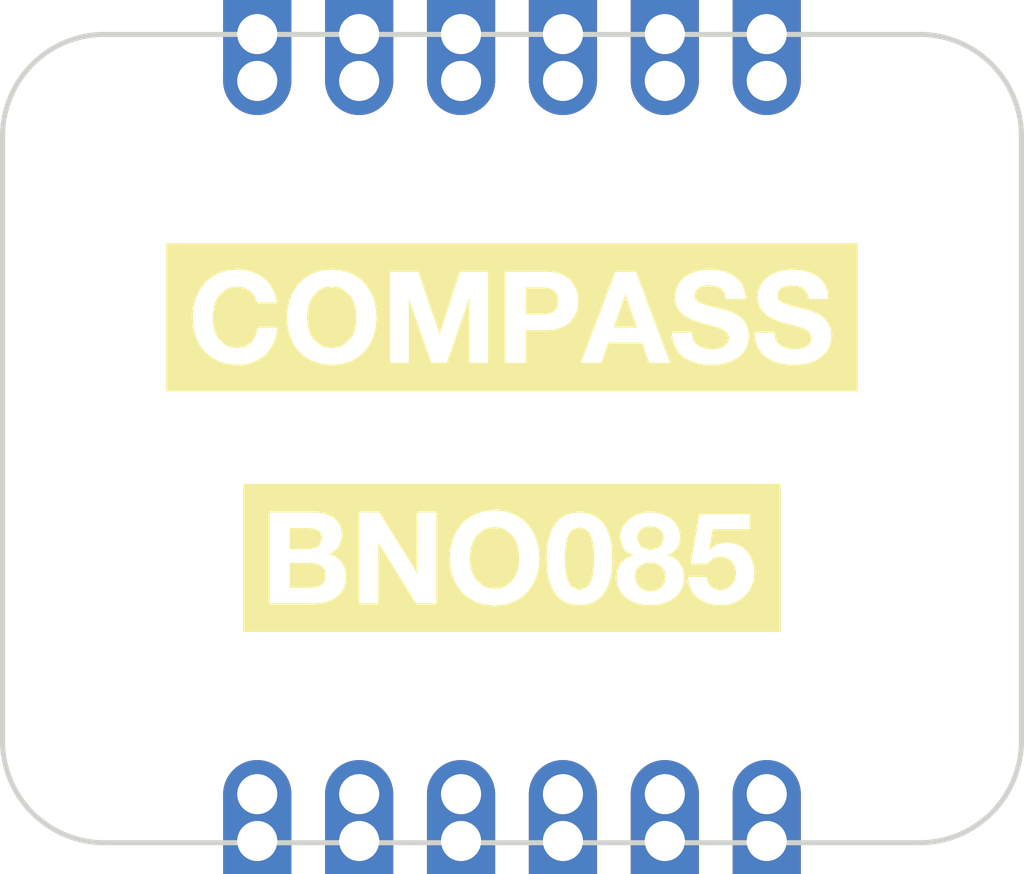
<source format=kicad_pcb>
(kicad_pcb (version 20221018) (generator pcbnew)
  (layers (0 "F.Cu" signal) (31 "B.Cu" signal) (34 "B.Paste" user) (35 "F.Paste" user) (36 "B.SilkS" user "B.Silkscreen") (37 "F.SilkS" user "F.Silkscreen") (38 "B.Mask" user) (39 "F.Mask" user) (44 "Edge.Cuts" user))
  (net 0 "")
  (footprint "kibuzzard-65885A4A" (layer "F.Cu") (at 74.05 41)
    (fp_text reference "kibuzzard-65885A4A" hide)
    (fp_text value "G***" hide)
    (fp_poly (pts (xy 2.530471 0.258762) (xy 3.117846 0.258762) (xy 2.832096 -0.573088) (xy 2.825746 -0.573088) (xy 2.530471 0.258762)) (fill solid) (layer "F.SilkS"))
    (fp_poly (pts (xy 0.339721 -0.065088) (xy 0.727071 -0.065088) (xy 0.892171 -0.077788) (xy 1.031871 -0.127) (xy 1.128709 -0.230188) (xy 1.165221 -0.404813) (xy 1.128709 -0.579438) (xy 1.031871 -0.682625) (xy 0.892171 -0.731838) (xy 0.727071 -0.744538) (xy 0.339721 -0.744538) (xy 0.339721 -0.065088)) (fill solid) (layer "F.SilkS"))
    (fp_poly (pts (xy -5.108579 0.011112) (xy -5.100244 0.152003) (xy -5.075241 0.288925) (xy -5.031982 0.417116) (xy -4.968879 0.531812) (xy -4.778379 0.70485) (xy -4.648204 0.753666) (xy -4.492629 0.769937) (xy -4.337054 0.753666) (xy -4.206879 0.70485) (xy -4.016379 0.531812) (xy -3.953278 0.417116) (xy -3.910016 0.288925) (xy -3.885013 0.152003) (xy -3.876679 0.011112) (xy -3.885013 -0.135731) (xy -3.910016 -0.277812) (xy -3.953276 -0.409972) (xy -4.016379 -0.52705) (xy -4.206879 -0.701675) (xy -4.337054 -0.750491) (xy -4.492629 -0.766762) (xy -4.648204 -0.750496) (xy -4.778379 -0.701675) (xy -4.968879 -0.52705) (xy -5.031982 -0.409972) (xy -5.075241 -0.277812) (xy -5.100244 -0.135732) (xy -5.108579 0.011112)) (fill solid) (layer "F.SilkS"))
    (fp_poly (pts (xy -7.959729 -1.847321) (xy -8.621187 -1.847321) (xy -8.621187 1.847321) (xy -7.959729 1.847321) (xy -6.845304 1.847321) (xy -6.845304 1.185863) (xy -7.092557 1.163241) (xy -7.313616 1.095375) (xy -7.505307 0.987822) (xy -7.664454 0.846137) (xy -7.79066 0.673497) (xy -7.883529 0.473075) (xy -7.940679 0.250428) (xy -7.959729 0.011112) (xy -7.940679 -0.233759) (xy -7.883529 -0.460375) (xy -7.79066 -0.663972) (xy -7.664454 -0.839788) (xy -7.505307 -0.984249) (xy -7.313616 -1.093788) (xy -7.092557 -1.162837) (xy -6.845304 -1.185863) (xy -6.663138 -1.172369) (xy -6.491291 -1.131888) (xy -6.333335 -1.065609) (xy -6.192841 -0.974725) (xy -6.072588 -0.859236) (xy -5.975354 -0.719138) (xy -5.905504 -0.555625) (xy -5.867404 -0.369887) (xy -6.350004 -0.369887) (xy -6.407154 -0.52705) (xy -6.518279 -0.652463) (xy -6.669091 -0.7366) (xy -6.845304 -0.766762) (xy -7.000879 -0.750496) (xy -7.131054 -0.701675) (xy -7.321554 -0.52705) (xy -7.384657 -0.409972) (xy -7.427916 -0.277812) (xy -7.452919 -0.135732) (xy -7.461254 0.011112) (xy -7.452919 0.152003) (xy -7.427916 0.288925) (xy -7.384657 0.417116) (xy -7.321554 0.531812) (xy -7.131054 0.70485) (xy -7.000879 0.753666) (xy -6.845304 0.769937) (xy -6.641707 0.735013) (xy -6.488116 0.630238) (xy -6.384532 0.468313) (xy -6.330954 0.261937) (xy -5.848354 0.261937) (xy -5.882479 0.464344) (xy -5.946779 0.646112) (xy -6.038854 0.804862) (xy -6.156329 0.938213) (xy -6.297616 1.044575) (xy -6.461129 1.122363) (xy -6.644485 1.169987) (xy -6.845304 1.185863) (xy -6.845304 1.847321) (xy -4.492629 1.847321) (xy -4.492629 1.185863) (xy -4.739882 1.163241) (xy -4.960941 1.095375) (xy -5.152632 0.987822) (xy -5.311779 0.846137) (xy -5.437985 0.673497) (xy -5.530854 0.473075) (xy -5.588004 0.250428) (xy -5.607054 0.011112) (xy -5.588004 -0.233759) (xy -5.530854 -0.460375) (xy -5.437985 -0.663972) (xy -5.311779 -0.839788) (xy -5.152632 -0.984249) (xy -4.960941 -1.093788) (xy -4.739882 -1.162837) (xy -4.492629 -1.185863) (xy -4.243391 -1.162844) (xy -4.022729 -1.093788) (xy -3.83223 -0.98425) (xy -3.673479 -0.839788) (xy -3.547273 -0.663974) (xy -3.454404 -0.460375) (xy -3.397254 -0.233759) (xy -3.378204 0.011112) (xy -3.397254 0.250428) (xy -3.454404 0.473075) (xy -3.547273 0.673497) (xy -3.673479 0.846137) (xy -3.832229 0.987822) (xy -4.022729 1.095375) (xy -4.243391 1.163241) (xy -4.492629 1.185863) (xy -4.492629 1.847321) (xy -0.596904 1.847321) (xy -0.596904 1.135063) (xy -1.063629 1.135063) (xy -1.063629 -0.471488) (xy -1.069979 -0.471488) (xy -1.625604 1.135063) (xy -2.009779 1.135063) (xy -2.565404 -0.455613) (xy -2.571754 -0.455613) (xy -2.571754 1.135063) (xy -3.038479 1.135063) (xy -3.038479 -1.131888) (xy -2.336804 -1.131888) (xy -1.806579 0.427037) (xy -1.800229 0.427037) (xy -1.298579 -1.131888) (xy -0.596904 -1.131888) (xy -0.596904 1.135063) (xy -0.596904 1.847321) (xy 0.339721 1.847321) (xy 0.339721 1.135063) (xy -0.158754 1.135063) (xy -0.158754 -1.131888) (xy 0.863596 -1.131888) (xy 1.060446 -1.116409) (xy 1.225546 -1.069975) (xy 1.360881 -0.998141) (xy 1.468434 -0.906463) (xy 1.549396 -0.797719) (xy 1.604959 -0.674688) (xy 1.637106 -0.542131) (xy 1.647821 -0.404813) (xy 1.637106 -0.269478) (xy 1.604959 -0.136525) (xy 1.549399 -0.012303) (xy 1.468434 0.096838) (xy 1.360881 0.188515) (xy 1.225546 0.26035) (xy 1.060446 0.306784) (xy 0.863596 0.322263) (xy 0.339721 0.322263) (xy 0.339721 1.135063) (xy 0.339721 1.847321) (xy 3.936996 1.847321) (xy 3.936996 1.135063) (xy 3.419471 1.135063) (xy 3.248021 0.630238) (xy 2.400296 0.630238) (xy 2.222496 1.135063) (xy 1.720846 1.135063) (xy 2.578096 -1.131888) (xy 3.089271 -1.131888) (xy 3.936996 1.135063) (xy 3.936996 1.847321) (xy 4.956171 1.847321) (xy 4.956171 1.185863) (xy 4.771625 1.174353) (xy 4.592634 1.139825) (xy 4.42674 1.080691) (xy 4.281484 0.995362) (xy 4.160437 0.883444) (xy 4.067171 0.744538) (xy 4.008434 0.57785) (xy 3.990971 0.382588) (xy 4.473571 0.382588) (xy 4.514846 0.576263) (xy 4.624384 0.70485) (xy 4.784721 0.777875) (xy 4.975221 0.801688) (xy 5.118096 0.790575) (xy 5.260971 0.747712) (xy 5.372096 0.6604) (xy 5.416546 0.519113) (xy 5.357809 0.369888) (xy 5.203821 0.274637) (xy 4.987921 0.207963) (xy 4.743446 0.144463) (xy 4.495796 0.066675) (xy 4.279896 -0.052388) (xy 4.125909 -0.23495) (xy 4.081856 -0.355996) (xy 4.067171 -0.500062) (xy 4.085824 -0.663178) (xy 4.141784 -0.803275) (xy 4.227906 -0.921147) (xy 4.337046 -1.017588) (xy 4.465634 -1.0922) (xy 4.610096 -1.144587) (xy 4.762496 -1.175544) (xy 4.914896 -1.185863) (xy 5.089124 -1.175941) (xy 5.256209 -1.146175) (xy 5.410593 -1.094184) (xy 5.546721 -1.017588) (xy 5.660624 -0.916386) (xy 5.748334 -0.790575) (xy 5.804293 -0.637778) (xy 5.822946 -0.455613) (xy 5.340346 -0.455613) (xy 5.297484 -0.623888) (xy 5.200646 -0.728663) (xy 5.062534 -0.782638) (xy 4.892671 -0.798513) (xy 4.772021 -0.785812) (xy 4.662484 -0.741363) (xy 4.581521 -0.661988) (xy 4.549771 -0.541338) (xy 4.575171 -0.433388) (xy 4.675184 -0.357187) (xy 4.881559 -0.287338) (xy 5.033561 -0.247652) (xy 5.226046 -0.198438) (xy 5.402259 -0.1524) (xy 5.626096 -0.046038) (xy 5.729677 0.039291) (xy 5.818184 0.149225) (xy 5.878906 0.288528) (xy 5.899146 0.461962) (xy 5.884071 0.611981) (xy 5.838821 0.750888) (xy 5.763814 0.875109) (xy 5.659434 0.981075) (xy 5.526084 1.067197) (xy 5.364159 1.131888) (xy 5.174056 1.172369) (xy 4.956171 1.185863) (xy 4.956171 1.847321) (xy 7.016746 1.847321) (xy 7.016746 1.185863) (xy 6.8322 1.174353) (xy 6.653209 1.139825) (xy 6.487315 1.080691) (xy 6.342059 0.995362) (xy 6.221012 0.883444) (xy 6.127746 0.744538) (xy 6.069009 0.57785) (xy 6.051546 0.382588) (xy 6.534146 0.382588) (xy 6.575421 0.576263) (xy 6.684959 0.70485) (xy 6.845296 0.777875) (xy 7.035796 0.801688) (xy 7.178671 0.790575) (xy 7.321546 0.747712) (xy 7.432671 0.6604) (xy 7.477121 0.519113) (xy 7.418384 0.369888) (xy 7.264396 0.274637) (xy 7.048496 0.207963) (xy 6.804021 0.144463) (xy 6.556371 0.066675) (xy 6.340471 -0.052388) (xy 6.186484 -0.23495) (xy 6.142431 -0.355996) (xy 6.127746 -0.500062) (xy 6.146399 -0.663178) (xy 6.202359 -0.803275) (xy 6.288481 -0.921147) (xy 6.397621 -1.017588) (xy 6.526209 -1.0922) (xy 6.670671 -1.144587) (xy 6.823071 -1.175544) (xy 6.975471 -1.185863) (xy 7.149699 -1.175941) (xy 7.316784 -1.146175) (xy 7.471168 -1.094184) (xy 7.607296 -1.017588) (xy 7.721199 -0.916386) (xy 7.808909 -0.790575) (xy 7.864868 -0.637778) (xy 7.883521 -0.455613) (xy 7.400921 -0.455613) (xy 7.358059 -0.623888) (xy 7.261221 -0.728663) (xy 7.123109 -0.782638) (xy 6.953246 -0.798513) (xy 6.832596 -0.785812) (xy 6.723059 -0.741363) (xy 6.642096 -0.661988) (xy 6.610346 -0.541338) (xy 6.635746 -0.433388) (xy 6.735759 -0.357187) (xy 6.942134 -0.287338) (xy 7.094136 -0.247652) (xy 7.286621 -0.198438) (xy 7.462834 -0.1524) (xy 7.686671 -0.046038) (xy 7.790252 0.039291) (xy 7.878759 0.149225) (xy 7.939481 0.288528) (xy 7.959721 0.461962) (xy 7.944646 0.611981) (xy 7.899396 0.750888) (xy 7.824389 0.875109) (xy 7.720009 0.981075) (xy 7.586659 1.067197) (xy 7.424734 1.131888) (xy 7.234631 1.172369) (xy 7.016746 1.185863) (xy 7.016746 1.847321) (xy 7.959729 1.847321) (xy 8.621187 1.847321) (xy 8.621187 -1.847321) (xy 7.959729 -1.847321) (xy -7.959729 -1.847321)) (fill solid) (layer "F.SilkS"))
  )
  (footprint "kibuzzard-65885A59" (layer "F.Cu") (at 74.05 47)
    (fp_text reference "kibuzzard-65885A59" hide)
    (fp_text value "G***" hide)
    (fp_poly (pts (xy -5.540375 -0.214313) (xy -5.03555 -0.214313) (xy -4.816475 -0.277812) (xy -4.73075 -0.484188) (xy -4.759325 -0.614363) (xy -4.835525 -0.693738) (xy -4.945063 -0.733425) (xy -5.07365 -0.744538) (xy -5.540375 -0.744538) (xy -5.540375 -0.214313)) (fill solid) (layer "F.SilkS"))
    (fp_poly (pts (xy -5.540375 0.747712) (xy -5.006975 0.747712) (xy -4.867275 0.733425) (xy -4.7498 0.6858) (xy -4.668837 0.595313) (xy -4.638675 0.449262) (xy -4.663281 0.299641) (xy -4.7371 0.200025) (xy -4.8514 0.144067) (xy -4.99745 0.125412) (xy -5.540375 0.125412) (xy -5.540375 0.747712)) (fill solid) (layer "F.SilkS"))
    (fp_poly (pts (xy 3.1115 -0.484188) (xy 3.2131 -0.2667) (xy 3.451225 -0.192088) (xy 3.68935 -0.2667) (xy 3.7846 -0.484188) (xy 3.7719 -0.581025) (xy 3.722688 -0.681038) (xy 3.621088 -0.760413) (xy 3.451225 -0.792163) (xy 3.322638 -0.771525) (xy 3.2131 -0.712788) (xy 3.138487 -0.617538) (xy 3.1115 -0.484188)) (fill solid) (layer "F.SilkS"))
    (fp_poly (pts (xy 3.0607 0.461962) (xy 3.09245 0.617538) (xy 3.176588 0.7366) (xy 3.302 0.8128) (xy 3.4544 0.839788) (xy 3.605213 0.8128) (xy 3.725863 0.7366) (xy 3.806825 0.617538) (xy 3.8354 0.465138) (xy 3.805238 0.320675) (xy 3.722688 0.207963) (xy 3.602038 0.134937) (xy 3.4544 0.109538) (xy 3.302 0.132159) (xy 3.175 0.200025) (xy 3.089275 0.310753) (xy 3.0607 0.461962)) (fill solid) (layer "F.SilkS"))
    (fp_poly (pts (xy 1.317625 0.014288) (xy 1.323975 0.244475) (xy 1.363663 0.504825) (xy 1.470025 0.719138) (xy 1.679575 0.808037) (xy 1.893888 0.719138) (xy 2.001838 0.504825) (xy 2.041525 0.244475) (xy 2.047875 0.014288) (xy 2.046288 -0.123825) (xy 2.033588 -0.290512) (xy 2.001838 -0.460375) (xy 1.939925 -0.611188) (xy 1.83515 -0.719138) (xy 1.679575 -0.760413) (xy 1.525588 -0.719138) (xy 1.423988 -0.611188) (xy 1.362075 -0.460375) (xy 1.330325 -0.290512) (xy 1.319213 -0.123825) (xy 1.317625 0.014288)) (fill solid) (layer "F.SilkS"))
    (fp_poly (pts (xy -1.050925 0.011112) (xy -1.042591 0.152003) (xy -1.017587 0.288925) (xy -0.974328 0.417116) (xy -0.911225 0.531812) (xy -0.720725 0.70485) (xy -0.59055 0.753666) (xy -0.434975 0.769937) (xy -0.2794 0.753666) (xy -0.149225 0.70485) (xy 0.041275 0.531812) (xy 0.104376 0.417116) (xy 0.147638 0.288925) (xy 0.172641 0.152003) (xy 0.180975 0.011112) (xy 0.172641 -0.135731) (xy 0.147638 -0.277812) (xy 0.104378 -0.409972) (xy 0.041275 -0.52705) (xy -0.149225 -0.701675) (xy -0.2794 -0.750491) (xy -0.434975 -0.766762) (xy -0.59055 -0.750496) (xy -0.720725 -0.701675) (xy -0.911225 -0.52705) (xy -0.974328 -0.409972) (xy -1.017587 -0.277812) (xy -1.042591 -0.135732) (xy -1.050925 0.011112)) (fill solid) (layer "F.SilkS"))
    (fp_poly (pts (xy -6.03885 -1.847321) (xy -6.700308 -1.847321) (xy -6.700308 1.847321) (xy -6.03885 1.847321) (xy -4.9403 1.847321) (xy -4.9403 1.135063) (xy -6.03885 1.135063) (xy -6.03885 -1.131888) (xy -4.97205 -1.131888) (xy -4.817269 -1.124744) (xy -4.676775 -1.103313) (xy -4.448175 -1.00965) (xy -4.300538 -0.836613) (xy -4.261247 -0.715962) (xy -4.24815 -0.569912) (xy -4.267597 -0.41275) (xy -4.325937 -0.284163) (xy -4.422378 -0.180183) (xy -4.556125 -0.096837) (xy -4.373166 -0.013891) (xy -4.243387 0.1143) (xy -4.165997 0.280591) (xy -4.1402 0.477838) (xy -4.156869 0.637778) (xy -4.206875 0.7747) (xy -4.285057 0.888603) (xy -4.386262 0.979488) (xy -4.506913 1.048544) (xy -4.643437 1.096963) (xy -4.789884 1.125537) (xy -4.9403 1.135063) (xy -4.9403 1.847321) (xy -1.889125 1.847321) (xy -1.889125 1.135063) (xy -2.3876 1.135063) (xy -3.330575 -0.382587) (xy -3.336925 -0.382587) (xy -3.336925 1.135063) (xy -3.80365 1.135063) (xy -3.80365 -1.131888) (xy -3.30835 -1.131888) (xy -2.3622 0.388937) (xy -2.35585 0.388937) (xy -2.35585 -1.131888) (xy -1.889125 -1.131888) (xy -1.889125 1.135063) (xy -1.889125 1.847321) (xy -0.434975 1.847321) (xy -0.434975 1.185863) (xy -0.682228 1.163241) (xy -0.903287 1.095375) (xy -1.094978 0.987822) (xy -1.254125 0.846137) (xy -1.380331 0.673497) (xy -1.4732 0.473075) (xy -1.53035 0.250428) (xy -1.5494 0.011112) (xy -1.53035 -0.233759) (xy -1.4732 -0.460375) (xy -1.380331 -0.663972) (xy -1.254125 -0.839788) (xy -1.094978 -0.984249) (xy -0.903287 -1.093788) (xy -0.682228 -1.162837) (xy -0.434975 -1.185863) (xy -0.185737 -1.162844) (xy 0.034925 -1.093788) (xy 0.225424 -0.98425) (xy 0.384175 -0.839788) (xy 0.510381 -0.663974) (xy 0.60325 -0.460375) (xy 0.6604 -0.233759) (xy 0.67945 0.011112) (xy 0.6604 0.250428) (xy 0.60325 0.473075) (xy 0.510381 0.673497) (xy 0.384175 0.846137) (xy 0.225425 0.987822) (xy 0.034925 1.095375) (xy -0.185737 1.163241) (xy -0.434975 1.185863) (xy -0.434975 1.847321) (xy 1.679575 1.847321) (xy 1.679575 1.176338) (xy 1.518841 1.16205) (xy 1.366838 1.119188) (xy 1.228328 1.042987) (xy 1.108075 0.928688) (xy 1.008459 0.772716) (xy 0.931863 0.5715) (xy 0.895703 0.410104) (xy 0.874007 0.224367) (xy 0.866775 0.014288) (xy 0.874007 -0.190147) (xy 0.895703 -0.371651) (xy 0.931863 -0.530225) (xy 1.008459 -0.729058) (xy 1.108075 -0.884238) (xy 1.228328 -0.998538) (xy 1.366838 -1.074738) (xy 1.518841 -1.1176) (xy 1.679575 -1.131888) (xy 1.842691 -1.1176) (xy 1.995488 -1.074738) (xy 2.134393 -0.998538) (xy 2.255838 -0.884238) (xy 2.356643 -0.729059) (xy 2.433638 -0.530225) (xy 2.469797 -0.371652) (xy 2.491493 -0.190147) (xy 2.498725 0.014288) (xy 2.491497 0.224367) (xy 2.469802 0.410104) (xy 2.433638 0.5715) (xy 2.356644 0.772716) (xy 2.255838 0.928688) (xy 2.134394 1.042987) (xy 1.995488 1.119188) (xy 1.842691 1.16205) (xy 1.679575 1.176338) (xy 1.679575 1.847321) (xy 3.4544 1.847321) (xy 3.4544 1.176338) (xy 3.295253 1.166416) (xy 3.141663 1.13665) (xy 2.998788 1.085453) (xy 2.871788 1.011238) (xy 2.764631 0.9144) (xy 2.681288 0.795337) (xy 2.627709 0.652463) (xy 2.60985 0.484187) (xy 2.637234 0.288925) (xy 2.719388 0.128587) (xy 2.851547 0.009525) (xy 3.02895 -0.061912) (xy 3.02895 -0.068263) (xy 2.886869 -0.132556) (xy 2.784475 -0.236538) (xy 2.722563 -0.370681) (xy 2.701925 -0.525463) (xy 2.718594 -0.665955) (xy 2.7686 -0.788988) (xy 2.941637 -0.979488) (xy 3.054747 -1.046163) (xy 3.18135 -1.093788) (xy 3.315494 -1.122362) (xy 3.451225 -1.131888) (xy 3.641725 -1.116012) (xy 3.800475 -1.068387) (xy 3.929459 -0.998141) (xy 4.030662 -0.9144) (xy 4.156075 -0.720725) (xy 4.194175 -0.534988) (xy 4.173934 -0.380206) (xy 4.113213 -0.246062) (xy 4.012009 -0.139701) (xy 3.870325 -0.068263) (xy 3.870325 -0.061912) (xy 4.047331 0.00754) (xy 4.1783 0.127) (xy 4.259263 0.287734) (xy 4.28625 0.481013) (xy 4.268391 0.646906) (xy 4.214813 0.788988) (xy 4.131866 0.90805) (xy 4.0259 1.004887) (xy 3.900488 1.079897) (xy 3.7592 1.133475) (xy 3.608387 1.165622) (xy 3.4544 1.176338) (xy 3.4544 1.847321) (xy 5.21335 1.847321) (xy 5.21335 1.176338) (xy 5.054997 1.165622) (xy 4.903787 1.133475) (xy 4.764484 1.079103) (xy 4.64185 1.001713) (xy 4.539059 0.902097) (xy 4.459287 0.78105) (xy 4.407297 0.638572) (xy 4.38785 0.474662) (xy 4.8387 0.474662) (xy 4.875212 0.611584) (xy 4.953 0.71755) (xy 5.064919 0.785416) (xy 5.203825 0.808037) (xy 5.364162 0.771525) (xy 5.484813 0.676275) (xy 5.561012 0.53975) (xy 5.588 0.379413) (xy 5.5626 0.217488) (xy 5.4864 0.084138) (xy 5.36575 -0.004762) (xy 5.203825 -0.036512) (xy 5.006975 0.00635) (xy 4.8641 0.141287) (xy 4.4577 0.141287) (xy 4.676775 -1.087438) (xy 5.9182 -1.087438) (xy 5.9182 -0.715963) (xy 5.000625 -0.715963) (xy 4.911725 -0.211138) (xy 4.918075 -0.204788) (xy 5.114925 -0.33655) (xy 5.35305 -0.376237) (xy 5.508625 -0.361156) (xy 5.64515 -0.315913) (xy 5.762228 -0.245269) (xy 5.859462 -0.153987) (xy 5.936456 -0.04326) (xy 5.992812 0.085725) (xy 6.027341 0.228203) (xy 6.03885 0.379413) (xy 6.022181 0.544909) (xy 5.972175 0.6985) (xy 5.893991 0.836216) (xy 5.792787 0.954088) (xy 5.670947 1.049734) (xy 5.53085 1.120775) (xy 5.376863 1.164034) (xy 5.21335 1.176338) (xy 5.21335 1.847321) (xy 6.03885 1.847321) (xy 6.700308 1.847321) (xy 6.700308 -1.847321) (xy 6.03885 -1.847321) (xy -6.03885 -1.847321)) (fill solid) (layer "F.SilkS"))
  )
  (footprint "Compass Castellated:Compass Castellated" (layer "F.Cu") (at 74.05 44)
    (fp_text reference "H1" hide)
    (fp_text value "MountingHole")
    (fp_line (start -12.7 7.56) (end -12.7 -7.51) (stroke (width 0.127)) (layer "Edge.Cuts"))
    (fp_line (start -10.16 10.1) (end 10.16 10.1) (stroke (width 0.127)) (layer "Edge.Cuts"))
    (fp_line (start 10.16 -10.05) (end -10.16 -10.05) (stroke (width 0.127)) (layer "Edge.Cuts"))
    (fp_line (start 12.7 -7.51) (end 12.7 7.56) (stroke (width 0.127)) (layer "Edge.Cuts"))
    (fp_arc (start -12.7 -7.51) (mid -11.956051 -9.306051) (end -10.16 -10.05) (stroke (width 0.127)) (layer "Edge.Cuts"))
    (fp_arc (start -10.16 10.1) (mid -11.956051 9.356051) (end -12.7 7.56) (stroke (width 0.127)) (layer "Edge.Cuts"))
    (fp_arc (start 10.16 -10.05) (mid 11.956051 -9.306051) (end 12.7 -7.51) (stroke (width 0.127)) (layer "Edge.Cuts"))
    (fp_arc (start 12.7 7.56) (mid 11.956051 9.356051) (end 10.16 10.1) (stroke (width 0.127)) (layer "Edge.Cuts"))
    (pad "JP1_1" thru_hole circle (at -6.35 8.89 90) (size 1.7 1.7) (drill 1) (layers "*.Cu" "*.Mask"))
    (pad "JP1_1" thru_hole rect (at -6.35 10.057501 90) (size 1.982498 1.7) (drill 1 (offset 0.14125 0)) (property pad_prop_castellated) (layers "*.Cu" "*.Mask"))
    (pad "JP1_2" thru_hole circle (at -3.81 8.89 90) (size 1.7 1.7) (drill 1) (layers "*.Cu" "*.Mask"))
    (pad "JP1_2" thru_hole rect (at -3.81 10.057501 90) (size 1.982498 1.7) (drill 1 (offset 0.14125 0)) (property pad_prop_castellated) (layers "*.Cu" "*.Mask"))
    (pad "JP1_3" thru_hole circle (at -1.27 8.89 90) (size 1.7 1.7) (drill 1) (layers "*.Cu" "*.Mask"))
    (pad "JP1_3" thru_hole rect (at -1.27 10.057501 90) (size 1.982498 1.7) (drill 1 (offset 0.14125 0)) (property pad_prop_castellated) (layers "*.Cu" "*.Mask"))
    (pad "JP1_4" thru_hole circle (at 1.27 8.89 90) (size 1.7 1.7) (drill 1) (layers "*.Cu" "*.Mask"))
    (pad "JP1_4" thru_hole rect (at 1.27 10.057501 90) (size 1.982498 1.7) (drill 1 (offset 0.14125 0)) (property pad_prop_castellated) (layers "*.Cu" "*.Mask"))
    (pad "JP1_5" thru_hole circle (at 3.81 8.89 90) (size 1.7 1.7) (drill 1) (layers "*.Cu" "*.Mask"))
    (pad "JP1_5" thru_hole rect (at 3.81 10.057501 90) (size 1.982498 1.7) (drill 1 (offset 0.14125 0)) (property pad_prop_castellated) (layers "*.Cu" "*.Mask"))
    (pad "JP1_6" thru_hole circle (at 6.35 8.89 90) (size 1.7 1.7) (drill 1) (layers "*.Cu" "*.Mask"))
    (pad "JP1_6" thru_hole rect (at 6.35 10.057501 90) (size 1.982498 1.7) (drill 1 (offset 0.14125 0)) (property pad_prop_castellated) (layers "*.Cu" "*.Mask"))
    (pad "JP2_1" thru_hole rect (at -6.35 -10.057501 270) (size 1.982498 1.7) (drill 1 (offset 0.14125 0)) (property pad_prop_castellated) (layers "*.Cu" "*.Mask"))
    (pad "JP2_1" thru_hole circle (at -6.35 -8.89 270) (size 1.7 1.7) (drill 1) (layers "*.Cu" "*.Mask"))
    (pad "JP2_2" thru_hole rect (at -3.81 -10.057501 270) (size 1.982498 1.7) (drill 1 (offset 0.14125 0)) (property pad_prop_castellated) (layers "*.Cu" "*.Mask"))
    (pad "JP2_2" thru_hole circle (at -3.81 -8.89 270) (size 1.7 1.7) (drill 1) (layers "*.Cu" "*.Mask"))
    (pad "JP2_3" thru_hole rect (at -1.27 -10.057501 270) (size 1.982498 1.7) (drill 1 (offset 0.14125 0)) (property pad_prop_castellated) (layers "*.Cu" "*.Mask"))
    (pad "JP2_3" thru_hole circle (at -1.27 -8.89 270) (size 1.7 1.7) (drill 1) (layers "*.Cu" "*.Mask"))
    (pad "JP2_4" thru_hole rect (at 1.27 -10.057501 270) (size 1.982498 1.7) (drill 1 (offset 0.14125 0)) (property pad_prop_castellated) (layers "*.Cu" "*.Mask"))
    (pad "JP2_4" thru_hole circle (at 1.27 -8.89 270) (size 1.7 1.7) (drill 1) (layers "*.Cu" "*.Mask"))
    (pad "JP2_5" thru_hole rect (at 3.81 -10.057501 270) (size 1.982498 1.7) (drill 1 (offset 0.14125 0)) (property pad_prop_castellated) (layers "*.Cu" "*.Mask"))
    (pad "JP2_5" thru_hole circle (at 3.81 -8.89 270) (size 1.7 1.7) (drill 1) (layers "*.Cu" "*.Mask"))
    (pad "JP2_6" thru_hole rect (at 6.35 -10.057501 270) (size 1.982498 1.7) (drill 1 (offset 0.14125 0)) (property pad_prop_castellated) (layers "*.Cu" "*.Mask"))
    (pad "JP2_6" thru_hole circle (at 6.35 -8.89 270) (size 1.7 1.7) (drill 1) (layers "*.Cu" "*.Mask"))
  )
)
</source>
